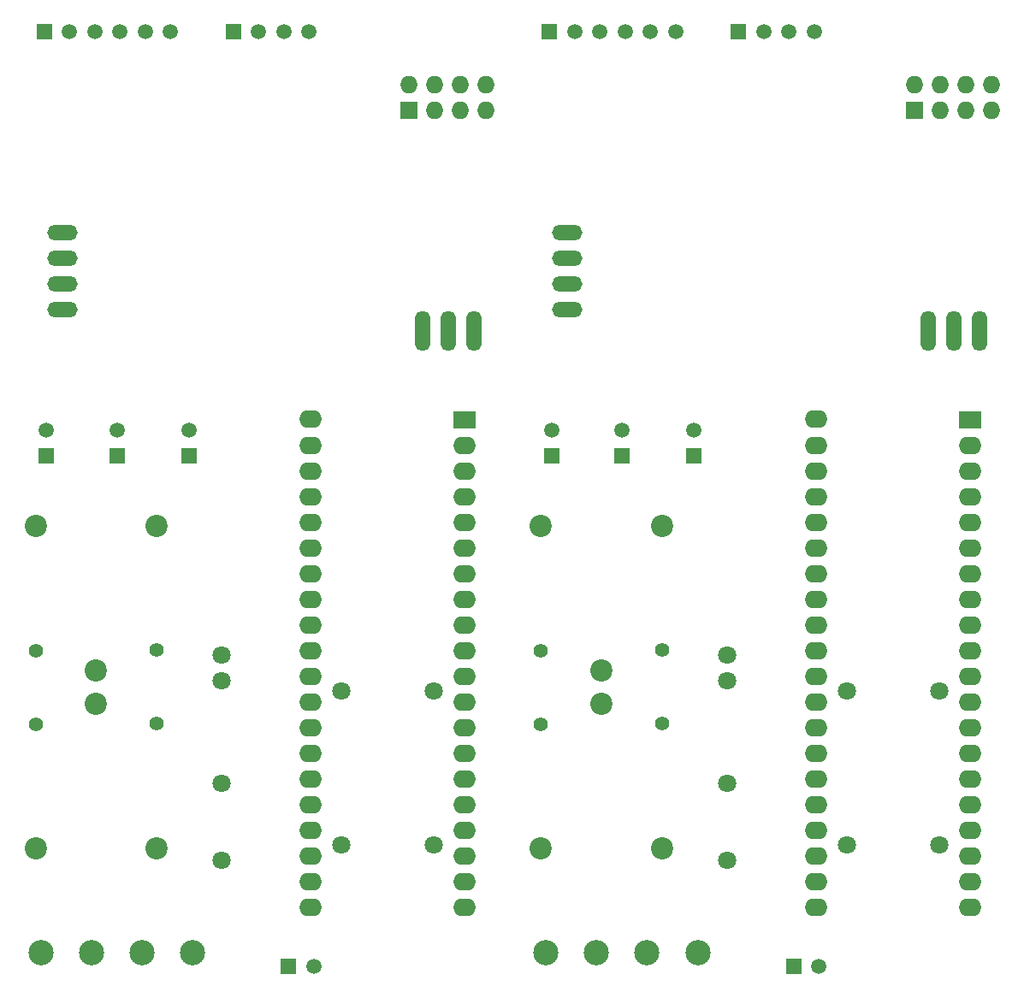
<source format=gbs>
G04 #@! TF.FileFunction,Soldermask,Bot*
%FSLAX46Y46*%
G04 Gerber Fmt 4.6, Leading zero omitted, Abs format (unit mm)*
G04 Created by KiCad (PCBNEW 4.0.2-stable) date 12/4/2017 4:20:55 PM*
%MOMM*%
G01*
G04 APERTURE LIST*
%ADD10C,0.100000*%
%ADD11R,2.250000X1.727200*%
%ADD12O,2.250000X1.727200*%
%ADD13O,1.500000X4.000000*%
%ADD14O,3.000000X1.500000*%
%ADD15C,2.200000*%
%ADD16C,1.400000*%
%ADD17R,1.727200X1.727200*%
%ADD18O,1.727200X1.727200*%
%ADD19R,1.500000X1.500000*%
%ADD20C,1.500000*%
%ADD21C,2.500000*%
%ADD22C,1.800000*%
G04 APERTURE END LIST*
D10*
D11*
X169900000Y-82649200D03*
D12*
X169900000Y-85189200D03*
X169900000Y-87729200D03*
X169900000Y-90269200D03*
X169900000Y-92809200D03*
X169900000Y-95349200D03*
X169900000Y-97889200D03*
X169900000Y-100429200D03*
X169900000Y-102969200D03*
X169900000Y-105509200D03*
X169900000Y-108049200D03*
X169900000Y-110589200D03*
X169900000Y-113129200D03*
X169900000Y-115669200D03*
X169900000Y-118209200D03*
X169900000Y-120749200D03*
X169900000Y-123289200D03*
X169900000Y-125829200D03*
X169900000Y-128369200D03*
X169900000Y-130909200D03*
X154660000Y-130909200D03*
X154660000Y-128369200D03*
X154660000Y-125829200D03*
X154660000Y-123289200D03*
X154660000Y-120749200D03*
X154660000Y-118209200D03*
X154660000Y-115669200D03*
X154660000Y-113129200D03*
X154660000Y-110589200D03*
X154660000Y-108049200D03*
X154660000Y-105509200D03*
X154660000Y-102969200D03*
X154660000Y-100429200D03*
X154660000Y-97889200D03*
X154660000Y-95349200D03*
X154660000Y-92809200D03*
X154660000Y-90269200D03*
X154660000Y-87729200D03*
X154660000Y-85189200D03*
X154660000Y-82598400D03*
D13*
X168313200Y-73837800D03*
X165773200Y-73837800D03*
X170853200Y-73837800D03*
D14*
X130100000Y-71700000D03*
X130100000Y-69160000D03*
X130100000Y-66620000D03*
X130100000Y-64080000D03*
D15*
X139439000Y-93114000D03*
X127439000Y-93114000D03*
D16*
X127439000Y-105514000D03*
X139439000Y-105414000D03*
D15*
X133439000Y-107414000D03*
D17*
X164396000Y-52011000D03*
D18*
X164396000Y-49471000D03*
X166936000Y-52011000D03*
X166936000Y-49471000D03*
X169476000Y-52011000D03*
X169476000Y-49471000D03*
X172016000Y-52011000D03*
X172016000Y-49471000D03*
D19*
X147000000Y-44200000D03*
D20*
X149500000Y-44200000D03*
X152000000Y-44200000D03*
X154500000Y-44200000D03*
D19*
X128312000Y-44196000D03*
D20*
X130812000Y-44196000D03*
X133312000Y-44196000D03*
X135812000Y-44196000D03*
X138312000Y-44196000D03*
X140812000Y-44196000D03*
D21*
X127971000Y-135382000D03*
X132971000Y-135382000D03*
X142971000Y-135382000D03*
X137971000Y-135382000D03*
D19*
X152489000Y-136779000D03*
D20*
X154989000Y-136779000D03*
D15*
X127439000Y-125072000D03*
X139439000Y-125072000D03*
D16*
X139439000Y-112672000D03*
X127439000Y-112772000D03*
D15*
X133439000Y-110772000D03*
D22*
X166890800Y-124739400D03*
X157746800Y-124739400D03*
X157746800Y-109499400D03*
X166890800Y-109499400D03*
X145885000Y-105918000D03*
X145885000Y-108458000D03*
X145885000Y-126238000D03*
X145885000Y-118618000D03*
D19*
X142600000Y-86200000D03*
D20*
X142600000Y-83700000D03*
D19*
X128500000Y-86200000D03*
D20*
X128500000Y-83700000D03*
D19*
X135500000Y-86200000D03*
D20*
X135500000Y-83700000D03*
D13*
X118313200Y-73837800D03*
X115773200Y-73837800D03*
X120853200Y-73837800D03*
D14*
X80100000Y-71700000D03*
X80100000Y-69160000D03*
X80100000Y-66620000D03*
X80100000Y-64080000D03*
D11*
X119900000Y-82649200D03*
D12*
X119900000Y-85189200D03*
X119900000Y-87729200D03*
X119900000Y-90269200D03*
X119900000Y-92809200D03*
X119900000Y-95349200D03*
X119900000Y-97889200D03*
X119900000Y-100429200D03*
X119900000Y-102969200D03*
X119900000Y-105509200D03*
X119900000Y-108049200D03*
X119900000Y-110589200D03*
X119900000Y-113129200D03*
X119900000Y-115669200D03*
X119900000Y-118209200D03*
X119900000Y-120749200D03*
X119900000Y-123289200D03*
X119900000Y-125829200D03*
X119900000Y-128369200D03*
X119900000Y-130909200D03*
X104660000Y-130909200D03*
X104660000Y-128369200D03*
X104660000Y-125829200D03*
X104660000Y-123289200D03*
X104660000Y-120749200D03*
X104660000Y-118209200D03*
X104660000Y-115669200D03*
X104660000Y-113129200D03*
X104660000Y-110589200D03*
X104660000Y-108049200D03*
X104660000Y-105509200D03*
X104660000Y-102969200D03*
X104660000Y-100429200D03*
X104660000Y-97889200D03*
X104660000Y-95349200D03*
X104660000Y-92809200D03*
X104660000Y-90269200D03*
X104660000Y-87729200D03*
X104660000Y-85189200D03*
X104660000Y-82598400D03*
D19*
X78312000Y-44196000D03*
D20*
X80812000Y-44196000D03*
X83312000Y-44196000D03*
X85812000Y-44196000D03*
X88312000Y-44196000D03*
X90812000Y-44196000D03*
D19*
X97000000Y-44200000D03*
D20*
X99500000Y-44200000D03*
X102000000Y-44200000D03*
X104500000Y-44200000D03*
D17*
X114396000Y-52011000D03*
D18*
X114396000Y-49471000D03*
X116936000Y-52011000D03*
X116936000Y-49471000D03*
X119476000Y-52011000D03*
X119476000Y-49471000D03*
X122016000Y-52011000D03*
X122016000Y-49471000D03*
D22*
X116890800Y-124739400D03*
X107746800Y-124739400D03*
X107746800Y-109499400D03*
X116890800Y-109499400D03*
D19*
X92600000Y-86200000D03*
D20*
X92600000Y-83700000D03*
D19*
X85500000Y-86200000D03*
D20*
X85500000Y-83700000D03*
D19*
X78500000Y-86200000D03*
D20*
X78500000Y-83700000D03*
D19*
X102489000Y-136779000D03*
D20*
X104989000Y-136779000D03*
D22*
X95885000Y-105918000D03*
X95885000Y-108458000D03*
X95885000Y-126238000D03*
X95885000Y-118618000D03*
D15*
X89439000Y-93114000D03*
X77439000Y-93114000D03*
D16*
X77439000Y-105514000D03*
X89439000Y-105414000D03*
D15*
X83439000Y-107414000D03*
X77439000Y-125072000D03*
X89439000Y-125072000D03*
D16*
X89439000Y-112672000D03*
X77439000Y-112772000D03*
D15*
X83439000Y-110772000D03*
D21*
X77971000Y-135382000D03*
X82971000Y-135382000D03*
X92971000Y-135382000D03*
X87971000Y-135382000D03*
M02*

</source>
